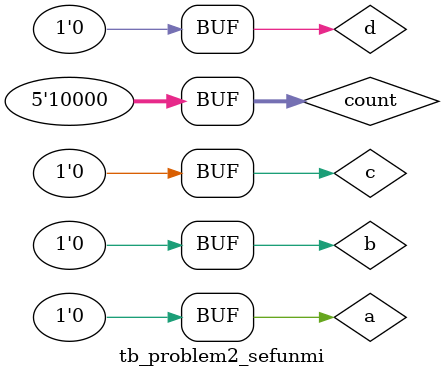
<source format=v>
`timescale 1ns/100ps 


// Testbenches don't have arguments. Instead, the values that we want to modify are regs. ANY VALUE
// THAT IS THE TARGET OF A PROCEDURE MUST BE A REG. The values that we wish to observe are wires.

module tb_problem2_sefunmi();
   reg  a,b,c,d;
   wire f;
   reg   [4:0] count;

// Instantiate the decoder (the identifier is DUT, or Device Under Test)

   problem2_sefunmi DUT1(a,b,c,d,f);

// Test input waveform - defined as an initial block (procedure)

   initial begin
      a = 1'b0;		// At time t = 0, dec_in = 0000 and the decoder is DISABLED.
      b = 1'b0;
      c = 1'b0;
      d = 1'b0;
      #20;  			// Wait for 20 ns
    	
// We can use a loop to avoid long procedures. There are many other options to write test benches easily!
// With the decoder enabled, the FOR-loop causes dec_in to take in each possible 4-bit value for 20 ns.

      for(count = 0; count < 16; count = count + 1) begin
         a = count[3];		
         b = count[2];
         c = count[1];
         d = count[0];
         #20;
      end

      a = 1'b0;		
      b = 1'b0;
      c = 1'b0;
      d = 1'b0;
      #20;			// Wait for 20 ns.
   end

endmodule

</source>
